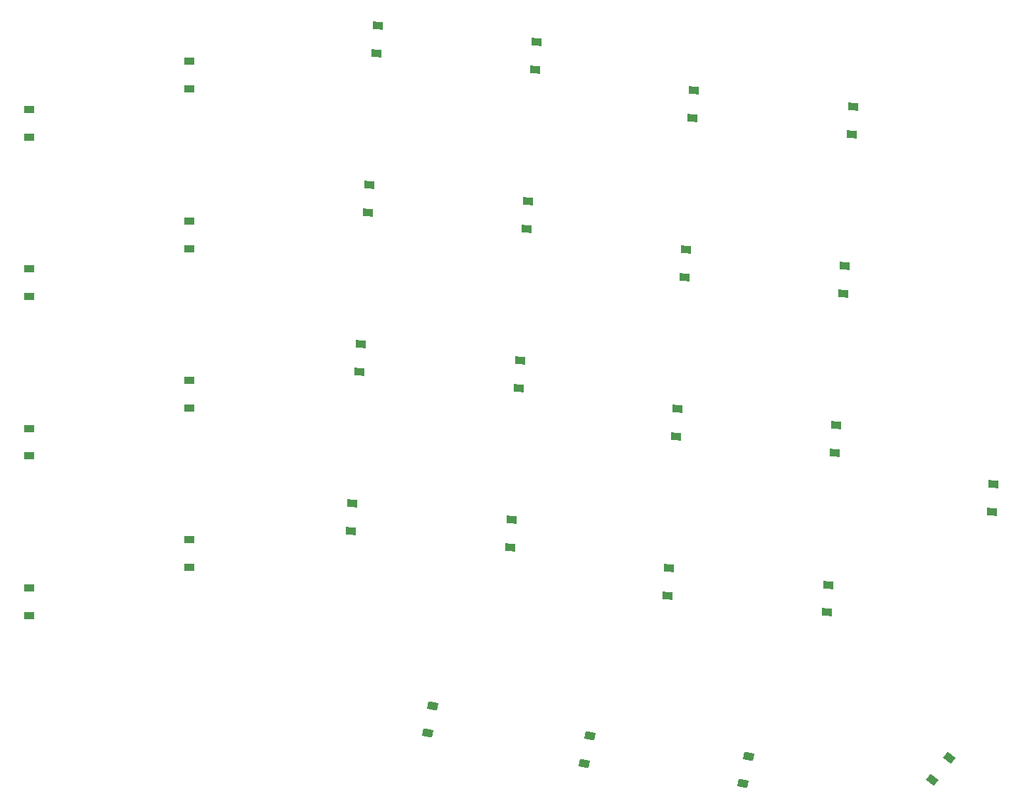
<source format=gbr>
%TF.GenerationSoftware,KiCad,Pcbnew,8.0.4*%
%TF.CreationDate,2024-09-16T15:22:01-06:00*%
%TF.ProjectId,left_board,6c656674-5f62-46f6-9172-642e6b696361,v1.0.0*%
%TF.SameCoordinates,Original*%
%TF.FileFunction,Paste,Top*%
%TF.FilePolarity,Positive*%
%FSLAX46Y46*%
G04 Gerber Fmt 4.6, Leading zero omitted, Abs format (unit mm)*
G04 Created by KiCad (PCBNEW 8.0.4) date 2024-09-16 15:22:01*
%MOMM*%
%LPD*%
G01*
G04 APERTURE LIST*
G04 Aperture macros list*
%AMRotRect*
0 Rectangle, with rotation*
0 The origin of the aperture is its center*
0 $1 length*
0 $2 width*
0 $3 Rotation angle, in degrees counterclockwise*
0 Add horizontal line*
21,1,$1,$2,0,0,$3*%
G04 Aperture macros list end*
%ADD10RotRect,0.900000X1.200000X87.000000*%
%ADD11RotRect,0.900000X1.200000X79.000000*%
%ADD12R,1.200000X0.900000*%
%ADD13RotRect,0.900000X1.200000X52.000000*%
G04 APERTURE END LIST*
D10*
%TO.C,D13*%
X215172738Y-158475696D03*
X215345446Y-155180218D03*
%TD*%
D11*
%TO.C,D25*%
X205347796Y-180564768D03*
X205977466Y-177325398D03*
%TD*%
D10*
%TO.C,D19*%
X235886215Y-126278130D03*
X236058923Y-122982652D03*
%TD*%
%TO.C,D14*%
X216167121Y-139501735D03*
X216339829Y-136206257D03*
%TD*%
%TO.C,D21*%
X252819074Y-166219065D03*
X252991782Y-162923587D03*
%TD*%
D12*
%TO.C,D7*%
X176979120Y-122880988D03*
X176979120Y-119580988D03*
%TD*%
%TO.C,D6*%
X176979120Y-141880988D03*
X176979120Y-138580988D03*
%TD*%
D11*
%TO.C,D27*%
X242888140Y-186588476D03*
X243517810Y-183349106D03*
%TD*%
%TO.C,D26*%
X223998712Y-184190139D03*
X224628382Y-180950769D03*
%TD*%
D10*
%TO.C,D18*%
X234891832Y-145252091D03*
X235064540Y-141956613D03*
%TD*%
%TO.C,D24*%
X255802224Y-109297181D03*
X255974932Y-106001703D03*
%TD*%
%TO.C,D29*%
X272473403Y-154231264D03*
X272646111Y-150935786D03*
%TD*%
D12*
%TO.C,D3*%
X157979120Y-128595988D03*
X157979120Y-125295988D03*
%TD*%
D10*
%TO.C,D22*%
X253813457Y-147245104D03*
X253986165Y-143949626D03*
%TD*%
D12*
%TO.C,D8*%
X176979120Y-103880988D03*
X176979120Y-100580988D03*
%TD*%
D10*
%TO.C,D15*%
X217161504Y-120527773D03*
X217334212Y-117232295D03*
%TD*%
%TO.C,D12*%
X199231776Y-99608234D03*
X199404484Y-96312756D03*
%TD*%
%TO.C,D10*%
X197243010Y-137556157D03*
X197415718Y-134260679D03*
%TD*%
%TO.C,D23*%
X254807840Y-128271142D03*
X254980548Y-124975664D03*
%TD*%
%TO.C,D17*%
X233897449Y-164226052D03*
X234070157Y-160930574D03*
%TD*%
D12*
%TO.C,D2*%
X157979120Y-147595988D03*
X157979120Y-144295988D03*
%TD*%
%TO.C,D1*%
X157979120Y-166595988D03*
X157979120Y-163295988D03*
%TD*%
D13*
%TO.C,D28*%
X265417110Y-186127273D03*
X267448792Y-183526837D03*
%TD*%
D12*
%TO.C,D4*%
X157979120Y-109595988D03*
X157979120Y-106295988D03*
%TD*%
%TO.C,D5*%
X176979120Y-160880988D03*
X176979120Y-157580988D03*
%TD*%
D10*
%TO.C,D20*%
X236880598Y-107304168D03*
X237053306Y-104008690D03*
%TD*%
%TO.C,D9*%
X196248626Y-156530118D03*
X196421334Y-153234640D03*
%TD*%
%TO.C,D11*%
X198237393Y-118582196D03*
X198410101Y-115286718D03*
%TD*%
%TO.C,D16*%
X218155887Y-101553812D03*
X218328595Y-98258334D03*
%TD*%
M02*

</source>
